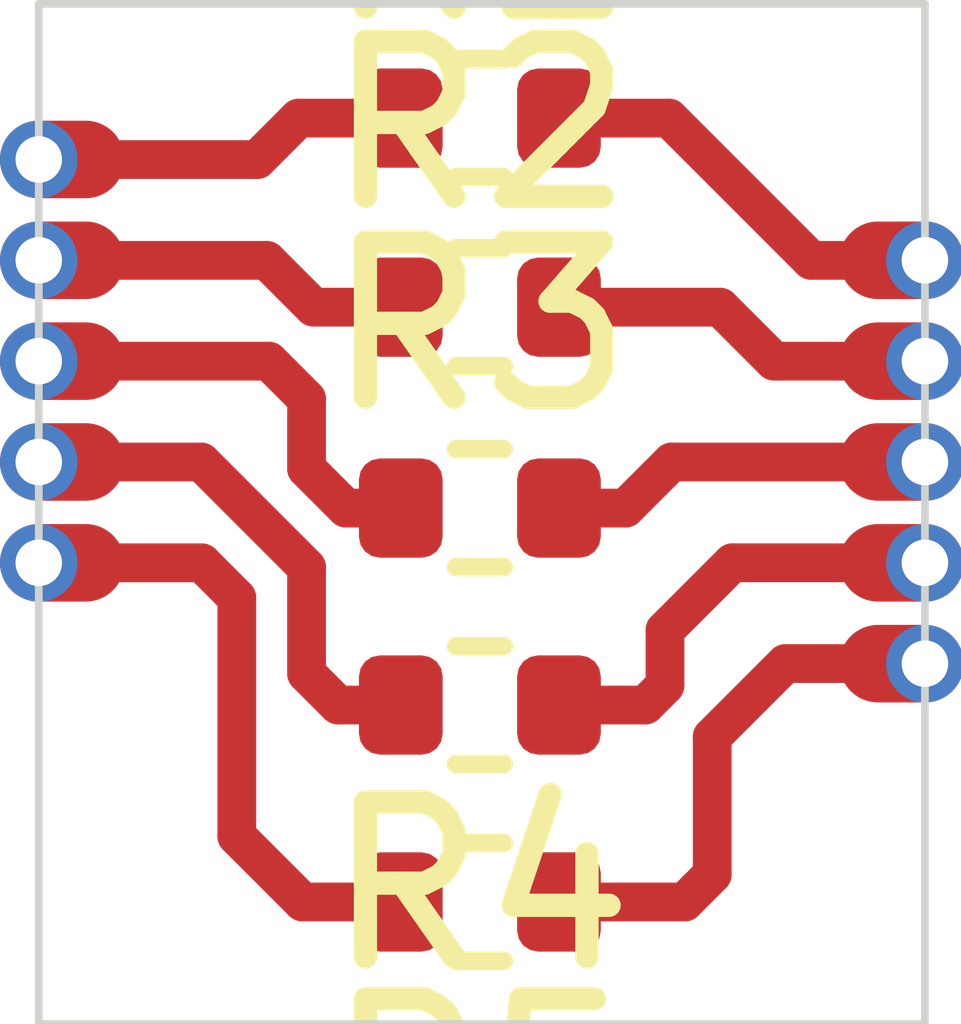
<source format=kicad_pcb>
(kicad_pcb (version 20171130) (host pcbnew "(5.1.12)-1")

  (general
    (thickness 1.6)
    (drawings 4)
    (tracks 69)
    (zones 0)
    (modules 5)
    (nets 11)
  )

  (page A4)
  (layers
    (0 F.Cu signal)
    (31 B.Cu signal)
    (32 B.Adhes user)
    (33 F.Adhes user)
    (34 B.Paste user)
    (35 F.Paste user)
    (36 B.SilkS user)
    (37 F.SilkS user hide)
    (38 B.Mask user)
    (39 F.Mask user)
    (40 Dwgs.User user)
    (41 Cmts.User user)
    (42 Eco1.User user)
    (43 Eco2.User user)
    (44 Edge.Cuts user)
    (45 Margin user)
    (46 B.CrtYd user hide)
    (47 F.CrtYd user)
    (48 B.Fab user hide)
    (49 F.Fab user)
  )

  (setup
    (last_trace_width 0.25)
    (trace_clearance 0.2)
    (zone_clearance 0.508)
    (zone_45_only no)
    (trace_min 0.2)
    (via_size 0.8)
    (via_drill 0.4)
    (via_min_size 0.4)
    (via_min_drill 0.3)
    (uvia_size 0.3)
    (uvia_drill 0.1)
    (uvias_allowed no)
    (uvia_min_size 0.2)
    (uvia_min_drill 0.1)
    (edge_width 0.05)
    (segment_width 0.2)
    (pcb_text_width 0.3)
    (pcb_text_size 1.5 1.5)
    (mod_edge_width 0.12)
    (mod_text_size 1 1)
    (mod_text_width 0.15)
    (pad_size 1.524 1.524)
    (pad_drill 0.762)
    (pad_to_mask_clearance 0)
    (aux_axis_origin 0 0)
    (visible_elements 7FFFFFFF)
    (pcbplotparams
      (layerselection 0x010c0_ffffffff)
      (usegerberextensions false)
      (usegerberattributes true)
      (usegerberadvancedattributes true)
      (creategerberjobfile true)
      (excludeedgelayer true)
      (linewidth 0.100000)
      (plotframeref false)
      (viasonmask true)
      (mode 1)
      (useauxorigin false)
      (hpglpennumber 1)
      (hpglpenspeed 20)
      (hpglpendiameter 15.000000)
      (psnegative false)
      (psa4output false)
      (plotreference false)
      (plotvalue false)
      (plotinvisibletext false)
      (padsonsilk true)
      (subtractmaskfromsilk false)
      (outputformat 1)
      (mirror false)
      (drillshape 0)
      (scaleselection 1)
      (outputdirectory "gerber_v4/"))
  )

  (net 0 "")
  (net 1 "Net-(R1-Pad2)")
  (net 2 "Net-(R1-Pad1)")
  (net 3 "Net-(R2-Pad2)")
  (net 4 "Net-(R2-Pad1)")
  (net 5 "Net-(R3-Pad2)")
  (net 6 "Net-(R3-Pad1)")
  (net 7 "Net-(R4-Pad2)")
  (net 8 "Net-(R4-Pad1)")
  (net 9 "Net-(R5-Pad2)")
  (net 10 "Net-(R5-Pad1)")

  (net_class Default "This is the default net class."
    (clearance 0.2)
    (trace_width 0.25)
    (via_dia 0.8)
    (via_drill 0.4)
    (uvia_dia 0.3)
    (uvia_drill 0.1)
    (add_net "Net-(R1-Pad1)")
    (add_net "Net-(R1-Pad2)")
    (add_net "Net-(R2-Pad1)")
    (add_net "Net-(R2-Pad2)")
    (add_net "Net-(R3-Pad1)")
    (add_net "Net-(R3-Pad2)")
    (add_net "Net-(R4-Pad1)")
    (add_net "Net-(R4-Pad2)")
    (add_net "Net-(R5-Pad1)")
    (add_net "Net-(R5-Pad2)")
  )

  (module Resistor_SMD:R_0402_1005Metric (layer F.Cu) (tedit 5F68FEEE) (tstamp 61987267)
    (at 95.25 76.6572 180)
    (descr "Resistor SMD 0402 (1005 Metric), square (rectangular) end terminal, IPC_7351 nominal, (Body size source: IPC-SM-782 page 72, https://www.pcb-3d.com/wordpress/wp-content/uploads/ipc-sm-782a_amendment_1_and_2.pdf), generated with kicad-footprint-generator")
    (tags resistor)
    (path /61987FAC)
    (attr smd)
    (fp_text reference R5 (at 0 -1.17) (layer F.SilkS)
      (effects (font (size 1 1) (thickness 0.15)))
    )
    (fp_text value 330R (at 0 1.17) (layer F.Fab)
      (effects (font (size 1 1) (thickness 0.15)))
    )
    (fp_line (start -0.525 0.27) (end -0.525 -0.27) (layer F.Fab) (width 0.1))
    (fp_line (start -0.525 -0.27) (end 0.525 -0.27) (layer F.Fab) (width 0.1))
    (fp_line (start 0.525 -0.27) (end 0.525 0.27) (layer F.Fab) (width 0.1))
    (fp_line (start 0.525 0.27) (end -0.525 0.27) (layer F.Fab) (width 0.1))
    (fp_line (start -0.153641 -0.38) (end 0.153641 -0.38) (layer F.SilkS) (width 0.12))
    (fp_line (start -0.153641 0.38) (end 0.153641 0.38) (layer F.SilkS) (width 0.12))
    (fp_line (start -0.93 0.47) (end -0.93 -0.47) (layer F.CrtYd) (width 0.05))
    (fp_line (start -0.93 -0.47) (end 0.93 -0.47) (layer F.CrtYd) (width 0.05))
    (fp_line (start 0.93 -0.47) (end 0.93 0.47) (layer F.CrtYd) (width 0.05))
    (fp_line (start 0.93 0.47) (end -0.93 0.47) (layer F.CrtYd) (width 0.05))
    (fp_text user %R (at 0 0) (layer F.Fab)
      (effects (font (size 0.26 0.26) (thickness 0.04)))
    )
    (pad 2 smd roundrect (at 0.51 0 180) (size 0.54 0.64) (layers F.Cu F.Paste F.Mask) (roundrect_rratio 0.25)
      (net 9 "Net-(R5-Pad2)"))
    (pad 1 smd roundrect (at -0.51 0 180) (size 0.54 0.64) (layers F.Cu F.Paste F.Mask) (roundrect_rratio 0.25)
      (net 10 "Net-(R5-Pad1)"))
    (model ${KISYS3DMOD}/Resistor_SMD.3dshapes/R_0402_1005Metric.wrl
      (at (xyz 0 0 0))
      (scale (xyz 1 1 1))
      (rotate (xyz 0 0 0))
    )
  )

  (module Resistor_SMD:R_0402_1005Metric (layer F.Cu) (tedit 5F68FEEE) (tstamp 61986CFF)
    (at 95.25 75.3872 180)
    (descr "Resistor SMD 0402 (1005 Metric), square (rectangular) end terminal, IPC_7351 nominal, (Body size source: IPC-SM-782 page 72, https://www.pcb-3d.com/wordpress/wp-content/uploads/ipc-sm-782a_amendment_1_and_2.pdf), generated with kicad-footprint-generator")
    (tags resistor)
    (path /61987FA6)
    (attr smd)
    (fp_text reference R4 (at 0 -1.17) (layer F.SilkS)
      (effects (font (size 1 1) (thickness 0.15)))
    )
    (fp_text value 330R (at 0 1.17) (layer F.Fab)
      (effects (font (size 1 1) (thickness 0.15)))
    )
    (fp_line (start -0.525 0.27) (end -0.525 -0.27) (layer F.Fab) (width 0.1))
    (fp_line (start -0.525 -0.27) (end 0.525 -0.27) (layer F.Fab) (width 0.1))
    (fp_line (start 0.525 -0.27) (end 0.525 0.27) (layer F.Fab) (width 0.1))
    (fp_line (start 0.525 0.27) (end -0.525 0.27) (layer F.Fab) (width 0.1))
    (fp_line (start -0.153641 -0.38) (end 0.153641 -0.38) (layer F.SilkS) (width 0.12))
    (fp_line (start -0.153641 0.38) (end 0.153641 0.38) (layer F.SilkS) (width 0.12))
    (fp_line (start -0.93 0.47) (end -0.93 -0.47) (layer F.CrtYd) (width 0.05))
    (fp_line (start -0.93 -0.47) (end 0.93 -0.47) (layer F.CrtYd) (width 0.05))
    (fp_line (start 0.93 -0.47) (end 0.93 0.47) (layer F.CrtYd) (width 0.05))
    (fp_line (start 0.93 0.47) (end -0.93 0.47) (layer F.CrtYd) (width 0.05))
    (fp_text user %R (at 0 0) (layer F.Fab)
      (effects (font (size 0.26 0.26) (thickness 0.04)))
    )
    (pad 2 smd roundrect (at 0.51 0 180) (size 0.54 0.64) (layers F.Cu F.Paste F.Mask) (roundrect_rratio 0.25)
      (net 7 "Net-(R4-Pad2)"))
    (pad 1 smd roundrect (at -0.51 0 180) (size 0.54 0.64) (layers F.Cu F.Paste F.Mask) (roundrect_rratio 0.25)
      (net 8 "Net-(R4-Pad1)"))
    (model ${KISYS3DMOD}/Resistor_SMD.3dshapes/R_0402_1005Metric.wrl
      (at (xyz 0 0 0))
      (scale (xyz 1 1 1))
      (rotate (xyz 0 0 0))
    )
  )

  (module Resistor_SMD:R_0402_1005Metric (layer F.Cu) (tedit 5F68FEEE) (tstamp 61986F70)
    (at 95.25 74.1172)
    (descr "Resistor SMD 0402 (1005 Metric), square (rectangular) end terminal, IPC_7351 nominal, (Body size source: IPC-SM-782 page 72, https://www.pcb-3d.com/wordpress/wp-content/uploads/ipc-sm-782a_amendment_1_and_2.pdf), generated with kicad-footprint-generator")
    (tags resistor)
    (path /619840AD)
    (attr smd)
    (fp_text reference R3 (at 0 -1.17) (layer F.SilkS)
      (effects (font (size 1 1) (thickness 0.15)))
    )
    (fp_text value 330R (at 0 1.17) (layer F.Fab)
      (effects (font (size 1 1) (thickness 0.15)))
    )
    (fp_line (start -0.525 0.27) (end -0.525 -0.27) (layer F.Fab) (width 0.1))
    (fp_line (start -0.525 -0.27) (end 0.525 -0.27) (layer F.Fab) (width 0.1))
    (fp_line (start 0.525 -0.27) (end 0.525 0.27) (layer F.Fab) (width 0.1))
    (fp_line (start 0.525 0.27) (end -0.525 0.27) (layer F.Fab) (width 0.1))
    (fp_line (start -0.153641 -0.38) (end 0.153641 -0.38) (layer F.SilkS) (width 0.12))
    (fp_line (start -0.153641 0.38) (end 0.153641 0.38) (layer F.SilkS) (width 0.12))
    (fp_line (start -0.93 0.47) (end -0.93 -0.47) (layer F.CrtYd) (width 0.05))
    (fp_line (start -0.93 -0.47) (end 0.93 -0.47) (layer F.CrtYd) (width 0.05))
    (fp_line (start 0.93 -0.47) (end 0.93 0.47) (layer F.CrtYd) (width 0.05))
    (fp_line (start 0.93 0.47) (end -0.93 0.47) (layer F.CrtYd) (width 0.05))
    (fp_text user %R (at 0 0) (layer F.Fab)
      (effects (font (size 0.26 0.26) (thickness 0.04)))
    )
    (pad 2 smd roundrect (at 0.51 0) (size 0.54 0.64) (layers F.Cu F.Paste F.Mask) (roundrect_rratio 0.25)
      (net 5 "Net-(R3-Pad2)"))
    (pad 1 smd roundrect (at -0.51 0) (size 0.54 0.64) (layers F.Cu F.Paste F.Mask) (roundrect_rratio 0.25)
      (net 6 "Net-(R3-Pad1)"))
    (model ${KISYS3DMOD}/Resistor_SMD.3dshapes/R_0402_1005Metric.wrl
      (at (xyz 0 0 0))
      (scale (xyz 1 1 1))
      (rotate (xyz 0 0 0))
    )
  )

  (module Resistor_SMD:R_0402_1005Metric (layer F.Cu) (tedit 5F68FEEE) (tstamp 61986ED8)
    (at 95.25 72.8218)
    (descr "Resistor SMD 0402 (1005 Metric), square (rectangular) end terminal, IPC_7351 nominal, (Body size source: IPC-SM-782 page 72, https://www.pcb-3d.com/wordpress/wp-content/uploads/ipc-sm-782a_amendment_1_and_2.pdf), generated with kicad-footprint-generator")
    (tags resistor)
    (path /61985F88)
    (attr smd)
    (fp_text reference R2 (at 0 -1.17) (layer F.SilkS)
      (effects (font (size 1 1) (thickness 0.15)))
    )
    (fp_text value 330R (at 0 1.17) (layer F.Fab)
      (effects (font (size 1 1) (thickness 0.15)))
    )
    (fp_line (start -0.525 0.27) (end -0.525 -0.27) (layer F.Fab) (width 0.1))
    (fp_line (start -0.525 -0.27) (end 0.525 -0.27) (layer F.Fab) (width 0.1))
    (fp_line (start 0.525 -0.27) (end 0.525 0.27) (layer F.Fab) (width 0.1))
    (fp_line (start 0.525 0.27) (end -0.525 0.27) (layer F.Fab) (width 0.1))
    (fp_line (start -0.153641 -0.38) (end 0.153641 -0.38) (layer F.SilkS) (width 0.12))
    (fp_line (start -0.153641 0.38) (end 0.153641 0.38) (layer F.SilkS) (width 0.12))
    (fp_line (start -0.93 0.47) (end -0.93 -0.47) (layer F.CrtYd) (width 0.05))
    (fp_line (start -0.93 -0.47) (end 0.93 -0.47) (layer F.CrtYd) (width 0.05))
    (fp_line (start 0.93 -0.47) (end 0.93 0.47) (layer F.CrtYd) (width 0.05))
    (fp_line (start 0.93 0.47) (end -0.93 0.47) (layer F.CrtYd) (width 0.05))
    (fp_text user %R (at 0 0) (layer F.Fab)
      (effects (font (size 0.26 0.26) (thickness 0.04)))
    )
    (pad 2 smd roundrect (at 0.51 0) (size 0.54 0.64) (layers F.Cu F.Paste F.Mask) (roundrect_rratio 0.25)
      (net 3 "Net-(R2-Pad2)"))
    (pad 1 smd roundrect (at -0.51 0) (size 0.54 0.64) (layers F.Cu F.Paste F.Mask) (roundrect_rratio 0.25)
      (net 4 "Net-(R2-Pad1)"))
    (model ${KISYS3DMOD}/Resistor_SMD.3dshapes/R_0402_1005Metric.wrl
      (at (xyz 0 0 0))
      (scale (xyz 1 1 1))
      (rotate (xyz 0 0 0))
    )
  )

  (module Resistor_SMD:R_0402_1005Metric (layer F.Cu) (tedit 5F68FEEE) (tstamp 61986E42)
    (at 95.25 71.6026)
    (descr "Resistor SMD 0402 (1005 Metric), square (rectangular) end terminal, IPC_7351 nominal, (Body size source: IPC-SM-782 page 72, https://www.pcb-3d.com/wordpress/wp-content/uploads/ipc-sm-782a_amendment_1_and_2.pdf), generated with kicad-footprint-generator")
    (tags resistor)
    (path /61985B3B)
    (attr smd)
    (fp_text reference R1 (at 0 -1.17) (layer F.SilkS)
      (effects (font (size 1 1) (thickness 0.15)))
    )
    (fp_text value 330R (at 0 1.17) (layer F.Fab)
      (effects (font (size 1 1) (thickness 0.15)))
    )
    (fp_line (start -0.525 0.27) (end -0.525 -0.27) (layer F.Fab) (width 0.1))
    (fp_line (start -0.525 -0.27) (end 0.525 -0.27) (layer F.Fab) (width 0.1))
    (fp_line (start 0.525 -0.27) (end 0.525 0.27) (layer F.Fab) (width 0.1))
    (fp_line (start 0.525 0.27) (end -0.525 0.27) (layer F.Fab) (width 0.1))
    (fp_line (start -0.153641 -0.38) (end 0.153641 -0.38) (layer F.SilkS) (width 0.12))
    (fp_line (start -0.153641 0.38) (end 0.153641 0.38) (layer F.SilkS) (width 0.12))
    (fp_line (start -0.93 0.47) (end -0.93 -0.47) (layer F.CrtYd) (width 0.05))
    (fp_line (start -0.93 -0.47) (end 0.93 -0.47) (layer F.CrtYd) (width 0.05))
    (fp_line (start 0.93 -0.47) (end 0.93 0.47) (layer F.CrtYd) (width 0.05))
    (fp_line (start 0.93 0.47) (end -0.93 0.47) (layer F.CrtYd) (width 0.05))
    (fp_text user %R (at 0 0) (layer F.Fab)
      (effects (font (size 0.26 0.26) (thickness 0.04)))
    )
    (pad 2 smd roundrect (at 0.51 0) (size 0.54 0.64) (layers F.Cu F.Paste F.Mask) (roundrect_rratio 0.25)
      (net 1 "Net-(R1-Pad2)"))
    (pad 1 smd roundrect (at -0.51 0) (size 0.54 0.64) (layers F.Cu F.Paste F.Mask) (roundrect_rratio 0.25)
      (net 2 "Net-(R1-Pad1)"))
    (model ${KISYS3DMOD}/Resistor_SMD.3dshapes/R_0402_1005Metric.wrl
      (at (xyz 0 0 0))
      (scale (xyz 1 1 1))
      (rotate (xyz 0 0 0))
    )
  )

  (gr_line (start 92.4052 70.866) (end 98.1202 70.866) (layer Edge.Cuts) (width 0.05))
  (gr_line (start 92.4052 77.4446) (end 92.4052 70.866) (layer Edge.Cuts) (width 0.05))
  (gr_line (start 98.1202 77.4446) (end 92.4052 77.4446) (layer Edge.Cuts) (width 0.05))
  (gr_line (start 98.1202 70.866) (end 98.1202 77.4446) (layer Edge.Cuts) (width 0.05))

  (via (at 98.1202 72.51954) (size 0.5) (drill 0.3) (layers F.Cu B.Cu) (net 1) (tstamp 61982014))
  (segment (start 97.387 72.520001) (end 96.469599 71.6026) (width 0.25) (layer F.Cu) (net 1) (tstamp 6198777E))
  (segment (start 96.469599 71.6026) (end 95.76 71.6026) (width 0.25) (layer F.Cu) (net 1))
  (segment (start 98.1202 72.51954) (end 97.81794 72.51954) (width 0.5) (layer F.Cu) (net 1))
  (segment (start 97.817479 72.520001) (end 97.81794 72.51954) (width 0.25) (layer F.Cu) (net 1))
  (segment (start 97.387 72.520001) (end 97.817479 72.520001) (width 0.25) (layer F.Cu) (net 1))
  (via (at 92.4052 71.8693) (size 0.5) (drill 0.3) (layers F.Cu B.Cu) (net 2) (tstamp 61982092))
  (segment (start 94.0816 71.6026) (end 94.74 71.6026) (width 0.25) (layer F.Cu) (net 2))
  (segment (start 93.814199 71.870001) (end 94.0816 71.6026) (width 0.25) (layer F.Cu) (net 2))
  (segment (start 92.4052 71.8693) (end 92.70746 71.8693) (width 0.5) (layer F.Cu) (net 2))
  (segment (start 92.708161 71.870001) (end 92.70746 71.8693) (width 0.25) (layer F.Cu) (net 2))
  (segment (start 93.814199 71.870001) (end 92.708161 71.870001) (width 0.25) (layer F.Cu) (net 2))
  (via (at 98.1202 73.16978) (size 0.5) (drill 0.3) (layers F.Cu B.Cu) (net 3) (tstamp 61982020))
  (segment (start 96.7994 72.8218) (end 95.76 72.8218) (width 0.25) (layer F.Cu) (net 3))
  (segment (start 97.147601 73.170001) (end 96.7994 72.8218) (width 0.25) (layer F.Cu) (net 3))
  (segment (start 98.1202 73.16978) (end 97.81794 73.16978) (width 0.5) (layer F.Cu) (net 3))
  (segment (start 97.817719 73.170001) (end 97.81794 73.16978) (width 0.25) (layer F.Cu) (net 3))
  (segment (start 97.147601 73.170001) (end 97.817719 73.170001) (width 0.25) (layer F.Cu) (net 3))
  (via (at 92.4052 72.51954) (size 0.5) (drill 0.3) (layers F.Cu B.Cu) (net 4) (tstamp 61982081))
  (segment (start 94.177198 72.8218) (end 94.74 72.8218) (width 0.25) (layer F.Cu) (net 4))
  (segment (start 93.875399 72.520001) (end 94.177198 72.8218) (width 0.25) (layer F.Cu) (net 4))
  (segment (start 92.4052 72.51954) (end 92.70746 72.51954) (width 0.5) (layer F.Cu) (net 4))
  (segment (start 92.707921 72.520001) (end 92.70746 72.51954) (width 0.25) (layer F.Cu) (net 4))
  (segment (start 93.875399 72.520001) (end 92.707921 72.520001) (width 0.25) (layer F.Cu) (net 4))
  (via (at 98.1202 73.82002) (size 0.5) (drill 0.3) (layers F.Cu B.Cu) (net 5) (tstamp 6198201A))
  (segment (start 96.1898 74.1172) (end 95.76 74.1172) (width 0.25) (layer F.Cu) (net 5))
  (segment (start 96.486999 73.820001) (end 96.1898 74.1172) (width 0.25) (layer F.Cu) (net 5))
  (segment (start 98.1202 73.82002) (end 97.81794 73.82002) (width 0.5) (layer F.Cu) (net 5))
  (segment (start 97.817921 73.820001) (end 97.81794 73.82002) (width 0.25) (layer F.Cu) (net 5))
  (segment (start 96.486999 73.820001) (end 97.817921 73.820001) (width 0.25) (layer F.Cu) (net 5))
  (via (at 92.4052 73.16978) (size 0.5) (drill 0.3) (layers F.Cu B.Cu) (net 6) (tstamp 6198208D))
  (segment (start 94.3864 74.1172) (end 94.74 74.1172) (width 0.25) (layer F.Cu) (net 6))
  (segment (start 94.1324 73.413412) (end 94.1324 73.8632) (width 0.25) (layer F.Cu) (net 6))
  (segment (start 94.1324 73.8632) (end 94.3864 74.1172) (width 0.25) (layer F.Cu) (net 6))
  (segment (start 93.888989 73.170001) (end 94.1324 73.413412) (width 0.25) (layer F.Cu) (net 6))
  (segment (start 92.4052 73.16978) (end 92.70746 73.16978) (width 0.5) (layer F.Cu) (net 6))
  (segment (start 92.707681 73.170001) (end 92.70746 73.16978) (width 0.25) (layer F.Cu) (net 6))
  (segment (start 93.888989 73.170001) (end 92.707681 73.170001) (width 0.25) (layer F.Cu) (net 6))
  (via (at 92.4052 73.82002) (size 0.5) (drill 0.3) (layers F.Cu B.Cu) (net 7) (tstamp 61982087))
  (segment (start 94.3356 75.3872) (end 94.74 75.3872) (width 0.25) (layer F.Cu) (net 7))
  (segment (start 94.1324 75.184) (end 94.3356 75.3872) (width 0.25) (layer F.Cu) (net 7))
  (segment (start 94.1324 74.49961) (end 94.1324 75.184) (width 0.25) (layer F.Cu) (net 7))
  (segment (start 93.452791 73.820001) (end 94.1324 74.49961) (width 0.25) (layer F.Cu) (net 7))
  (segment (start 92.4052 73.82002) (end 92.70746 73.82002) (width 0.5) (layer F.Cu) (net 7))
  (segment (start 92.707479 73.820001) (end 92.70746 73.82002) (width 0.25) (layer F.Cu) (net 7))
  (segment (start 93.452791 73.820001) (end 92.707479 73.820001) (width 0.25) (layer F.Cu) (net 7))
  (via (at 98.1202 74.47026) (size 0.5) (drill 0.3) (layers F.Cu B.Cu) (net 8) (tstamp 61982017))
  (segment (start 96.878399 74.470001) (end 96.4438 74.9046) (width 0.25) (layer F.Cu) (net 8))
  (segment (start 96.4438 74.9046) (end 96.4438 75.2602) (width 0.25) (layer F.Cu) (net 8))
  (segment (start 96.3168 75.3872) (end 95.76 75.3872) (width 0.25) (layer F.Cu) (net 8))
  (segment (start 96.4438 75.2602) (end 96.3168 75.3872) (width 0.25) (layer F.Cu) (net 8))
  (segment (start 98.1202 74.47026) (end 97.81794 74.47026) (width 0.5) (layer F.Cu) (net 8))
  (segment (start 97.817681 74.470001) (end 97.81794 74.47026) (width 0.25) (layer F.Cu) (net 8))
  (segment (start 96.878399 74.470001) (end 97.817681 74.470001) (width 0.25) (layer F.Cu) (net 8))
  (via (at 92.4052 74.47026) (size 0.5) (drill 0.3) (layers F.Cu B.Cu) (net 9) (tstamp 61982084))
  (segment (start 92.4052 74.47026) (end 92.70746 74.47026) (width 0.5) (layer F.Cu) (net 9))
  (segment (start 94.107 76.6572) (end 94.74 76.6572) (width 0.25) (layer F.Cu) (net 9))
  (segment (start 93.68239 76.23259) (end 94.107 76.6572) (width 0.25) (layer F.Cu) (net 9))
  (segment (start 93.68239 74.69589) (end 93.68239 76.23259) (width 0.25) (layer F.Cu) (net 9))
  (segment (start 93.45676 74.47026) (end 93.68239 74.69589) (width 0.25) (layer F.Cu) (net 9))
  (segment (start 92.70746 74.47026) (end 93.45676 74.47026) (width 0.25) (layer F.Cu) (net 9))
  (via (at 98.1202 75.1205) (size 0.5) (drill 0.3) (layers F.Cu B.Cu) (net 10) (tstamp 6198201D))
  (segment (start 96.5708 76.6572) (end 96.7486 76.4794) (width 0.25) (layer F.Cu) (net 10))
  (segment (start 95.76 76.6572) (end 96.5708 76.6572) (width 0.25) (layer F.Cu) (net 10))
  (segment (start 96.7486 76.4794) (end 96.7486 75.59181) (width 0.25) (layer F.Cu) (net 10))
  (segment (start 97.220409 75.120001) (end 96.7486 75.59181) (width 0.25) (layer F.Cu) (net 10))
  (segment (start 98.1202 75.1205) (end 97.81794 75.1205) (width 0.5) (layer F.Cu) (net 10))
  (segment (start 97.817441 75.120001) (end 97.81794 75.1205) (width 0.25) (layer F.Cu) (net 10))
  (segment (start 97.220409 75.120001) (end 97.817441 75.120001) (width 0.25) (layer F.Cu) (net 10))

)

</source>
